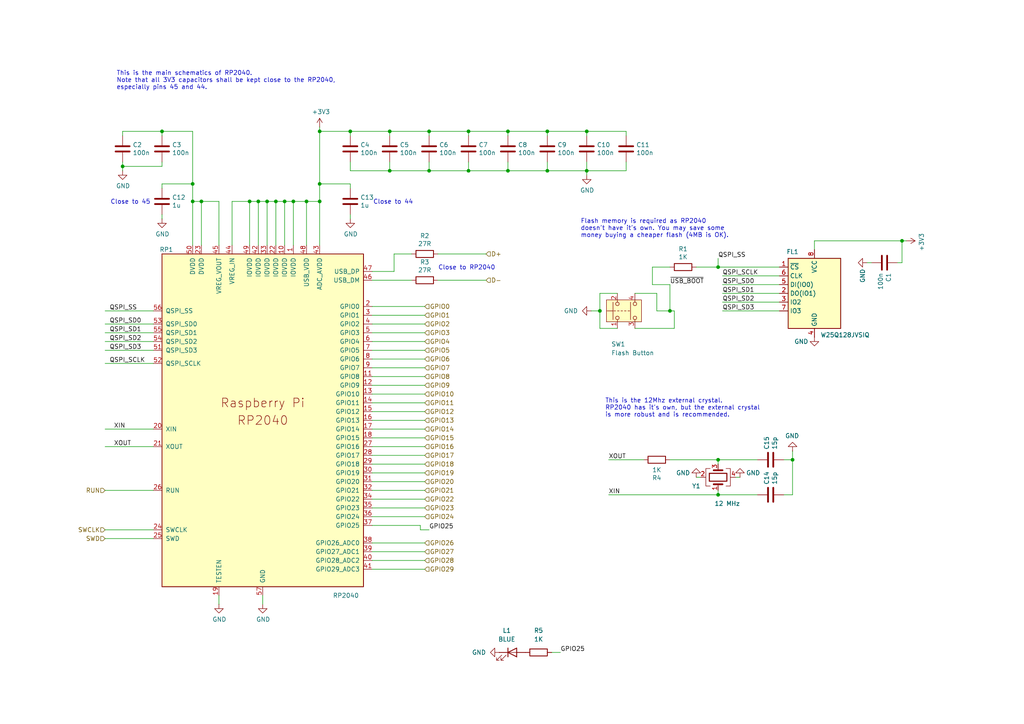
<source format=kicad_sch>
(kicad_sch (version 20231120) (generator "eeschema") (generator_version "8.0")
  (paper "A4")
  (title_block (title "MiniFRANK") (date "2025-01-14") (rev "2.0") (company "Mikhail Matveev") (comment 1 "https://github.com/xtremespb/frank"))
  (lib_symbols
    (symbol "+3V3_1" (power) (pin_numbers hide) (pin_names (offset 0) hide)
      (property "Value" "+3V3" (at 0 3.556 0))
      (symbol "+3V3_1_0_1"
        (polyline (pts (xy -0.762 1.27) (xy 0 2.54)))
        (polyline (pts (xy 0 0) (xy 0 2.54)))
        (polyline (pts (xy 0 2.54) (xy 0.762 1.27)))
      )
      (symbol "+3V3_1_1_1"
        (pin power_in line (at 0 0 90) (length 0) (name "~") (number "1"))
      )
    )
    (symbol "Device:C" (pin_numbers hide) (pin_names (offset 0.254))
      (property "Reference" "C" (at 0.635 2.54 0))
      (property "Value" "C" (at 0.635 -2.54 0))
      (symbol "C_0_1"
        (polyline (pts (xy -2.032 -0.762) (xy 2.032 -0.762)) (stroke (width 0.508)))
        (polyline (pts (xy -2.032 0.762) (xy 2.032 0.762)) (stroke (width 0.508)))
      )
      (symbol "C_1_1"
        (pin passive line (at 0 3.81 270) (length 2.794) (name "~") (number "1"))
        (pin passive line (at 0 -3.81 90) (length 2.794) (name "~") (number "2"))
      )
    )
    (symbol "Device:Crystal_GND24" (pin_names (offset 1.016) hide)
      (property "Reference" "Y" (at 3.175 5.08 0))
      (property "Value" "Crystal_GND24" (at 3.175 3.175 0))
      (symbol "Crystal_GND24_0_1"
        (rectangle (start -1.143 2.54) (end 1.143 -2.54) (stroke (width 0.3048)))
        (polyline (pts (xy -2.54 0) (xy -2.032 0)))
        (polyline (pts (xy -2.032 -1.27) (xy -2.032 1.27)) (stroke (width 0.508)))
        (polyline (pts (xy 0 -3.81) (xy 0 -3.556)))
        (polyline (pts (xy 0 3.556) (xy 0 3.81)))
        (polyline (pts (xy 2.032 -1.27) (xy 2.032 1.27)) (stroke (width 0.508)))
        (polyline (pts (xy 2.032 0) (xy 2.54 0)))
        (polyline (pts (xy -2.54 -2.286) (xy -2.54 -3.556) (xy 2.54 -3.556) (xy 2.54 -2.286)))
        (polyline (pts (xy -2.54 2.286) (xy -2.54 3.556) (xy 2.54 3.556) (xy 2.54 2.286)))
      )
      (symbol "Crystal_GND24_1_1"
        (pin passive line (at -3.81 0 0) (length 1.27) (name "1") (number "1"))
        (pin passive line (at 0 5.08 270) (length 1.27) (name "2") (number "2"))
        (pin passive line (at 3.81 0 180) (length 1.27) (name "3") (number "3"))
        (pin passive line (at 0 -5.08 90) (length 1.27) (name "4") (number "4"))
      )
    )
    (symbol "Device:LED" (pin_numbers hide) (pin_names (offset 1.016) hide)
      (property "Reference" "D" (at 0 2.54 0))
      (property "Value" "LED" (at 0 -2.54 0))
      (symbol "LED_0_1"
        (polyline (pts (xy -1.27 -1.27) (xy -1.27 1.27)) (stroke (width 0.254)))
        (polyline (pts (xy -1.27 0) (xy 1.27 0)))
        (polyline (pts (xy 1.27 -1.27) (xy 1.27 1.27) (xy -1.27 0) (xy 1.27 -1.27)) (stroke (width 0.254)))
        (polyline (pts (xy -3.048 -0.762) (xy -4.572 -2.286) (xy -3.81 -2.286) (xy -4.572 -2.286) (xy -4.572 -1.524)))
        (polyline (pts (xy -1.778 -0.762) (xy -3.302 -2.286) (xy -2.54 -2.286) (xy -3.302 -2.286) (xy -3.302 -1.524)))
      )
      (symbol "LED_1_1"
        (pin passive line (at -3.81 0 0) (length 2.54) (name "K") (number "1"))
        (pin passive line (at 3.81 0 180) (length 2.54) (name "A") (number "2"))
      )
    )
    (symbol "Device:R" (pin_numbers hide) (pin_names (offset 0))
      (property "Reference" "R" (at 2.032 0 90))
      (property "Value" "R" (at 0 0 90))
      (symbol "R_0_1"
        (rectangle (start -1.016 -2.54) (end 1.016 2.54) (stroke (width 0.254)))
      )
      (symbol "R_1_1"
        (pin passive line (at 0 3.81 270) (length 1.27) (name "~") (number "1"))
        (pin passive line (at 0 -3.81 90) (length 1.27) (name "~") (number "2"))
      )
    )
    (symbol "FRANK:Flash_W25Q128JVS"
      (property "Reference" "FL1" (at -6.35 12.065 0))
      (property "Value" "W25Q128JVSIQ" (at 8.89 -12.065 0))
      (symbol "Flash_W25Q128JVS_0_1"
        (rectangle (start -7.62 10.16) (end 7.62 -10.16) (stroke (width 0.254)) (fill (type background)))
      )
      (symbol "Flash_W25Q128JVS_1_1"
        (pin input line (at -10.16 7.62 0) (length 2.54) (name "~{CS}") (number "1"))
        (pin bidirectional line (at -10.16 0 0) (length 2.54) (name "DO(IO1)") (number "2"))
        (pin bidirectional line (at -10.16 -2.54 0) (length 2.54) (name "IO2") (number "3"))
        (pin power_in line (at 0 -12.7 90) (length 2.54) (name "GND") (number "4"))
        (pin bidirectional line (at -10.16 2.54 0) (length 2.54) (name "DI(IO0)") (number "5"))
        (pin input line (at -10.16 5.08 0) (length 2.54) (name "CLK") (number "6"))
        (pin bidirectional line (at -10.16 -5.08 0) (length 2.54) (name "IO3") (number "7"))
        (pin power_in line (at 0 12.7 270) (length 2.54) (name "VCC") (number "8"))
      )
    )
    (symbol "FRANK:RP2040" (pin_names (offset 1.016))
      (property "Reference" "RP1" (at -27.94 49.53 0))
      (property "Value" "RP2040" (at 24.13 -50.8 0))
      (symbol "RP2040_0_0"
        (text "Raspberry Pi" (at 0 5.08 0) (effects (font (size 2.54 2.54))))
        (text "RP2040" (at 0 0 0) (effects (font (size 2.54 2.54))))
      )
      (symbol "RP2040_0_1"
        (rectangle (start 29.21 48.26) (end -29.21 -48.26) (stroke (width 0.254)) (fill (type background)))
      )
      (symbol "RP2040_1_1"
        (pin power_in line (at 8.89 50.8 270) (length 2.54) (name "IOVDD") (number "1"))
        (pin power_in line (at 6.35 50.8 270) (length 2.54) (name "IOVDD") (number "10"))
        (pin bidirectional line (at 31.75 12.7 180) (length 2.54) (name "GPIO8") (number "11"))
        (pin bidirectional line (at 31.75 10.16 180) (length 2.54) (name "GPIO9") (number "12"))
        (pin bidirectional line (at 31.75 7.62 180) (length 2.54) (name "GPIO10") (number "13"))
        (pin bidirectional line (at 31.75 5.08 180) (length 2.54) (name "GPIO11") (number "14"))
        (pin bidirectional line (at 31.75 2.54 180) (length 2.54) (name "GPIO12") (number "15"))
        (pin bidirectional line (at 31.75 0 180) (length 2.54) (name "GPIO13") (number "16"))
        (pin bidirectional line (at 31.75 -2.54 180) (length 2.54) (name "GPIO14") (number "17"))
        (pin bidirectional line (at 31.75 -5.08 180) (length 2.54) (name "GPIO15") (number "18"))
        (pin passive line (at -12.7 -50.8 90) (length 2.54) (name "TESTEN") (number "19"))
        (pin bidirectional line (at 31.75 33.02 180) (length 2.54) (name "GPIO0") (number "2"))
        (pin input line (at -31.75 -2.54 0) (length 2.54) (name "XIN") (number "20"))
        (pin passive line (at -31.75 -7.62 0) (length 2.54) (name "XOUT") (number "21"))
        (pin power_in line (at 3.81 50.8 270) (length 2.54) (name "IOVDD") (number "22"))
        (pin power_in line (at -17.78 50.8 270) (length 2.54) (name "DVDD") (number "23"))
        (pin output line (at -31.75 -31.75 0) (length 2.54) (name "SWCLK") (number "24"))
        (pin bidirectional line (at -31.75 -34.29 0) (length 2.54) (name "SWD") (number "25"))
        (pin input line (at -31.75 -20.32 0) (length 2.54) (name "RUN") (number "26"))
        (pin bidirectional line (at 31.75 -7.62 180) (length 2.54) (name "GPIO16") (number "27"))
        (pin bidirectional line (at 31.75 -10.16 180) (length 2.54) (name "GPIO17") (number "28"))
        (pin bidirectional line (at 31.75 -12.7 180) (length 2.54) (name "GPIO18") (number "29"))
        (pin bidirectional line (at 31.75 30.48 180) (length 2.54) (name "GPIO1") (number "3"))
        (pin bidirectional line (at 31.75 -15.24 180) (length 2.54) (name "GPIO19") (number "30"))
        (pin bidirectional line (at 31.75 -17.78 180) (length 2.54) (name "GPIO20") (number "31"))
        (pin bidirectional line (at 31.75 -20.32 180) (length 2.54) (name "GPIO21") (number "32"))
        (pin power_in line (at 1.27 50.8 270) (length 2.54) (name "IOVDD") (number "33"))
        (pin bidirectional line (at 31.75 -22.86 180) (length 2.54) (name "GPIO22") (number "34"))
        (pin bidirectional line (at 31.75 -25.4 180) (length 2.54) (name "GPIO23") (number "35"))
        (pin bidirectional line (at 31.75 -27.94 180) (length 2.54) (name "GPIO24") (number "36"))
        (pin bidirectional line (at 31.75 -30.48 180) (length 2.54) (name "GPIO25") (number "37"))
        (pin bidirectional line (at 31.75 -35.56 180) (length 2.54) (name "GPIO26_ADC0") (number "38"))
        (pin bidirectional line (at 31.75 -38.1 180) (length 2.54) (name "GPIO27_ADC1") (number "39"))
        (pin bidirectional line (at 31.75 27.94 180) (length 2.54) (name "GPIO2") (number "4"))
        (pin bidirectional line (at 31.75 -40.64 180) (length 2.54) (name "GPIO28_ADC2") (number "40"))
        (pin bidirectional line (at 31.75 -43.18 180) (length 2.54) (name "GPIO29_ADC3") (number "41"))
        (pin power_in line (at -1.27 50.8 270) (length 2.54) (name "IOVDD") (number "42"))
        (pin power_in line (at 16.51 50.8 270) (length 2.54) (name "ADC_AVDD") (number "43"))
        (pin power_in line (at -8.89 50.8 270) (length 2.54) (name "VREG_IN") (number "44"))
        (pin power_out line (at -12.7 50.8 270) (length 2.54) (name "VREG_VOUT") (number "45"))
        (pin bidirectional line (at 31.75 40.64 180) (length 2.54) (name "USB_DM") (number "46"))
        (pin bidirectional line (at 31.75 43.18 180) (length 2.54) (name "USB_DP") (number "47"))
        (pin power_in line (at 12.7 50.8 270) (length 2.54) (name "USB_VDD") (number "48"))
        (pin power_in line (at -3.81 50.8 270) (length 2.54) (name "IOVDD") (number "49"))
        (pin bidirectional line (at 31.75 25.4 180) (length 2.54) (name "GPIO3") (number "5"))
        (pin power_in line (at -20.32 50.8 270) (length 2.54) (name "DVDD") (number "50"))
        (pin bidirectional line (at -31.75 20.32 0) (length 2.54) (name "QSPI_SD3") (number "51"))
        (pin output line (at -31.75 16.51 0) (length 2.54) (name "QSPI_SCLK") (number "52"))
        (pin bidirectional line (at -31.75 27.94 0) (length 2.54) (name "QSPI_SD0") (number "53"))
        (pin bidirectional line (at -31.75 22.86 0) (length 2.54) (name "QSPI_SD2") (number "54"))
        (pin bidirectional line (at -31.75 25.4 0) (length 2.54) (name "QSPI_SD1") (number "55"))
        (pin bidirectional line (at -31.75 31.75 0) (length 2.54) (name "QSPI_SS") (number "56"))
        (pin power_in line (at 0 -50.8 90) (length 2.54) (name "GND") (number "57"))
        (pin bidirectional line (at 31.75 22.86 180) (length 2.54) (name "GPIO4") (number "6"))
        (pin bidirectional line (at 31.75 20.32 180) (length 2.54) (name "GPIO5") (number "7"))
        (pin bidirectional line (at 31.75 17.78 180) (length 2.54) (name "GPIO6") (number "8"))
        (pin bidirectional line (at 31.75 15.24 180) (length 2.54) (name "GPIO7") (number "9"))
      )
    )
    (symbol "GND_1" (power) (pin_numbers hide) (pin_names (offset 0) hide)
      (property "Value" "GND" (at 0 -3.81 0))
      (symbol "GND_1_0_1"
        (polyline (pts (xy 0 0) (xy 0 -1.27) (xy 1.27 -1.27) (xy 0 -2.54) (xy -1.27 -1.27) (xy 0 -1.27)))
      )
      (symbol "GND_1_1_1"
        (pin power_in line (at 0 0 270) (length 0) (name "~") (number "1"))
      )
    )
    (symbol "GND_10" (power) (pin_numbers hide) (pin_names (offset 0) hide)
      (property "Value" "GND" (at 0 -3.81 0))
      (symbol "GND_10_0_1"
        (polyline (pts (xy 0 0) (xy 0 -1.27) (xy 1.27 -1.27) (xy 0 -2.54) (xy -1.27 -1.27) (xy 0 -1.27)))
      )
      (symbol "GND_10_1_1"
        (pin power_in line (at 0 0 270) (length 0) (name "~") (number "1"))
      )
    )
    (symbol "GND_11" (power) (pin_numbers hide) (pin_names (offset 0) hide)
      (property "Value" "GND" (at 0 -3.81 0))
      (symbol "GND_11_0_1"
        (polyline (pts (xy 0 0) (xy 0 -1.27) (xy 1.27 -1.27) (xy 0 -2.54) (xy -1.27 -1.27) (xy 0 -1.27)))
      )
      (symbol "GND_11_1_1"
        (pin power_in line (at 0 0 270) (length 0) (name "~") (number "1"))
      )
    )
    (symbol "GND_12" (power) (pin_numbers hide) (pin_names (offset 0) hide)
      (property "Value" "GND" (at 0 -3.81 0))
      (symbol "GND_12_0_1"
        (polyline (pts (xy 0 0) (xy 0 -1.27) (xy 1.27 -1.27) (xy 0 -2.54) (xy -1.27 -1.27) (xy 0 -1.27)))
      )
      (symbol "GND_12_1_1"
        (pin power_in line (at 0 0 270) (length 0) (name "~") (number "1"))
      )
    )
    (symbol "GND_2" (power) (pin_numbers hide) (pin_names (offset 0) hide)
      (property "Value" "GND" (at 0 -3.81 0))
      (symbol "GND_2_0_1"
        (polyline (pts (xy 0 0) (xy 0 -1.27) (xy 1.27 -1.27) (xy 0 -2.54) (xy -1.27 -1.27) (xy 0 -1.27)))
      )
      (symbol "GND_2_1_1"
        (pin power_in line (at 0 0 270) (length 0) (name "~") (number "1"))
      )
    )
    (symbol "GND_3" (power) (pin_numbers hide) (pin_names (offset 0) hide)
      (property "Value" "GND" (at 0 -3.81 0))
      (symbol "GND_3_0_1"
        (polyline (pts (xy 0 0) (xy 0 -1.27) (xy 1.27 -1.27) (xy 0 -2.54) (xy -1.27 -1.27) (xy 0 -1.27)))
      )
      (symbol "GND_3_1_1"
        (pin power_in line (at 0 0 270) (length 0) (name "~") (number "1"))
      )
    )
    (symbol "GND_4" (power) (pin_numbers hide) (pin_names (offset 0) hide)
      (property "Value" "GND" (at 0 -3.81 0))
      (symbol "GND_4_0_1"
        (polyline (pts (xy 0 0) (xy 0 -1.27) (xy 1.27 -1.27) (xy 0 -2.54) (xy -1.27 -1.27) (xy 0 -1.27)))
      )
      (symbol "GND_4_1_1"
        (pin power_in line (at 0 0 270) (length 0) (name "~") (number "1"))
      )
    )
    (symbol "GND_5" (power) (pin_numbers hide) (pin_names (offset 0) hide)
      (property "Value" "GND" (at 0 -3.81 0))
      (symbol "GND_5_0_1"
        (polyline (pts (xy 0 0) (xy 0 -1.27) (xy 1.27 -1.27) (xy 0 -2.54) (xy -1.27 -1.27) (xy 0 -1.27)))
      )
      (symbol "GND_5_1_1"
        (pin power_in line (at 0 0 270) (length 0) (name "~") (number "1"))
      )
    )
    (symbol "GND_6" (power) (pin_numbers hide) (pin_names (offset 0) hide)
      (property "Value" "GND" (at 0 -3.81 0))
      (symbol "GND_6_0_1"
        (polyline (pts (xy 0 0) (xy 0 -1.27) (xy 1.27 -1.27) (xy 0 -2.54) (xy -1.27 -1.27) (xy 0 -1.27)))
      )
      (symbol "GND_6_1_1"
        (pin power_in line (at 0 0 270) (length 0) (name "~") (number "1"))
      )
    )
    (symbol "GND_7" (power) (pin_numbers hide) (pin_names (offset 0) hide)
      (property "Value" "GND" (at 0 -3.81 0))
      (symbol "GND_7_0_1"
        (polyline (pts (xy 0 0) (xy 0 -1.27) (xy 1.27 -1.27) (xy 0 -2.54) (xy -1.27 -1.27) (xy 0 -1.27)))
      )
      (symbol "GND_7_1_1"
        (pin power_in line (at 0 0 270) (length 0) (name "~") (number "1"))
      )
    )
    (symbol "GND_8" (power) (pin_numbers hide) (pin_names (offset 0) hide)
      (property "Value" "GND" (at 0 -3.81 0))
      (symbol "GND_8_0_1"
        (polyline (pts (xy 0 0) (xy 0 -1.27) (xy 1.27 -1.27) (xy 0 -2.54) (xy -1.27 -1.27) (xy 0 -1.27)))
      )
      (symbol "GND_8_1_1"
        (pin power_in line (at 0 0 270) (length 0) (name "~") (number "1"))
      )
    )
    (symbol "GND_9" (power) (pin_numbers hide) (pin_names (offset 0) hide)
      (property "Value" "GND" (at 0 -3.81 0))
      (symbol "GND_9_0_1"
        (polyline (pts (xy 0 0) (xy 0 -1.27) (xy 1.27 -1.27) (xy 0 -2.54) (xy -1.27 -1.27) (xy 0 -1.27)))
      )
      (symbol "GND_9_1_1"
        (pin power_in line (at 0 0 270) (length 0) (name "~") (number "1"))
      )
    )
    (symbol "Switch:SW_Push_Dual" (pin_names (offset 1.016) hide)
      (property "Reference" "SW" (at 0 7.62 0))
      (property "Value" "SW_Push_Dual" (at 0 -6.35 0))
      (symbol "SW_Push_Dual_0_1"
        (circle (center -2.032 -2.54) (radius 0.508))
        (circle (center -2.032 2.54) (radius 0.508))
        (polyline (pts (xy 0 -0.508) (xy 0 -1.016)))
        (polyline (pts (xy 0 0.508) (xy 0 0)))
        (polyline (pts (xy 0 1.016) (xy 0 1.524)))
        (polyline (pts (xy 0 2.032) (xy 0 2.54)))
        (polyline (pts (xy 0 3.048) (xy 0 3.556)))
        (polyline (pts (xy 0 3.81) (xy 0 5.588)))
        (polyline (pts (xy 2.54 -1.27) (xy -2.54 -1.27)))
        (polyline (pts (xy 2.54 3.81) (xy -2.54 3.81)))
        (circle (center 2.032 -2.54) (radius 0.508))
        (circle (center 2.032 2.54) (radius 0.508))
        (pin passive line (at -5.08 2.54 0) (length 2.54) (name "1") (number "1"))
        (pin passive line (at 5.08 2.54 180) (length 2.54) (name "2") (number "2"))
        (pin passive line (at -5.08 -2.54 0) (length 2.54) (name "3") (number "3"))
        (pin passive line (at 5.08 -2.54 180) (length 2.54) (name "4") (number "4"))
      )
      (symbol "SW_Push_Dual_1_1"
        (rectangle (start -3.175 5.715) (end 3.175 -4.445) (fill (type background)))
      )
    )
    (symbol "power:+3V3" (power) (pin_numbers hide) (pin_names (offset 0) hide)
      (property "Value" "+3V3" (at 0 3.556 0))
      (symbol "+3V3_0_1"
        (polyline (pts (xy -0.762 1.27) (xy 0 2.54)))
        (polyline (pts (xy 0 0) (xy 0 2.54)))
        (polyline (pts (xy 0 2.54) (xy 0.762 1.27)))
      )
      (symbol "+3V3_1_1"
        (pin power_in line (at 0 0 90) (length 0) (name "~") (number "1"))
      )
    )
    (symbol "power:GND" (power) (pin_numbers hide) (pin_names (offset 0) hide)
      (property "Value" "GND" (at 0 -3.81 0))
      (symbol "GND_0_1"
        (polyline (pts (xy 0 0) (xy 0 -1.27) (xy 1.27 -1.27) (xy 0 -2.54) (xy -1.27 -1.27) (xy 0 -1.27)))
      )
      (symbol "GND_1_1"
        (pin power_in line (at 0 0 270) (length 0) (name "~") (number "1"))
      )
    )
  )
  (junction (at 58.42 58.42))
  (junction (at 229.87 133.35))
  (junction (at 113.03 49.53))
  (junction (at 88.9 58.42))
  (junction (at 101.6 38.1))
  (junction (at 158.75 49.53))
  (junction (at 72.39 58.42))
  (junction (at 170.18 38.1))
  (junction (at 82.55 58.42))
  (junction (at 92.71 53.34))
  (junction (at 170.18 49.53))
  (junction (at 35.56 48.26))
  (junction (at 147.32 49.53))
  (junction (at 80.01 58.42))
  (junction (at 135.89 38.1))
  (junction (at 55.88 53.34))
  (junction (at 113.03 38.1))
  (junction (at 46.99 38.1))
  (junction (at 208.28 77.47))
  (junction (at 135.89 49.53))
  (junction (at 92.71 38.1))
  (junction (at 85.09 58.42))
  (junction (at 74.93 58.42))
  (junction (at 208.28 133.35))
  (junction (at 158.75 38.1))
  (junction (at 124.46 38.1))
  (junction (at 92.71 58.42))
  (junction (at 55.88 58.42))
  (junction (at 77.47 58.42))
  (junction (at 261.62 69.85))
  (junction (at 194.31 90.17))
  (junction (at 208.28 143.51))
  (junction (at 124.46 49.53))
  (junction (at 147.32 38.1))
  (junction (at 173.99 90.17))
  (wire (pts (xy 58.42 58.42) (xy 55.88 58.42)))
  (wire (pts (xy 226.06 82.55) (xy 209.55 82.55)))
  (wire (pts (xy 127 73.66) (xy 140.97 73.66)))
  (wire (pts (xy 107.95 104.14) (xy 123.19 104.14)))
  (wire (pts (xy 173.99 85.09) (xy 173.99 90.17)))
  (wire (pts (xy 121.92 152.4) (xy 107.95 152.4)))
  (wire (pts (xy 46.99 48.26) (xy 46.99 46.99)))
  (wire (pts (xy 170.18 46.99) (xy 170.18 49.53)))
  (wire (pts (xy 189.23 82.55) (xy 189.23 77.47)))
  (wire (pts (xy 114.3 73.66) (xy 114.3 78.74)))
  (wire (pts (xy 82.55 58.42) (xy 85.09 58.42)))
  (wire (pts (xy 158.75 39.37) (xy 158.75 38.1)))
  (wire (pts (xy 92.71 38.1) (xy 101.6 38.1)))
  (wire (pts (xy 101.6 46.99) (xy 101.6 49.53)))
  (wire (pts (xy 101.6 39.37) (xy 101.6 38.1)))
  (wire (pts (xy 67.31 58.42) (xy 72.39 58.42)))
  (wire (pts (xy 229.87 143.51) (xy 229.87 133.35)))
  (wire (pts (xy 252.73 76.2) (xy 251.46 76.2)))
  (wire (pts (xy 181.61 39.37) (xy 181.61 38.1)))
  (wire (pts (xy 107.95 142.24) (xy 123.19 142.24)))
  (wire (pts (xy 107.95 160.02) (xy 123.19 160.02)))
  (wire (pts (xy 113.03 39.37) (xy 113.03 38.1)))
  (wire (pts (xy 260.35 76.2) (xy 261.62 76.2)))
  (wire (pts (xy 101.6 62.23) (xy 101.6 63.5)))
  (wire (pts (xy 80.01 58.42) (xy 82.55 58.42)))
  (wire (pts (xy 219.71 143.51) (xy 208.28 143.51)))
  (wire (pts (xy 92.71 58.42) (xy 92.71 71.12)))
  (wire (pts (xy 63.5 71.12) (xy 63.5 58.42)))
  (wire (pts (xy 30.48 99.06) (xy 44.45 99.06)))
  (wire (pts (xy 107.95 165.1) (xy 123.19 165.1)))
  (wire (pts (xy 194.31 90.17) (xy 194.31 82.55)))
  (wire (pts (xy 113.03 46.99) (xy 113.03 49.53)))
  (wire (pts (xy 236.22 69.85) (xy 261.62 69.85)))
  (wire (pts (xy 46.99 39.37) (xy 46.99 38.1)))
  (wire (pts (xy 208.28 77.47) (xy 226.06 77.47)))
  (wire (pts (xy 107.95 127) (xy 123.19 127)))
  (wire (pts (xy 189.23 77.47) (xy 194.31 77.47)))
  (wire (pts (xy 30.48 124.46) (xy 44.45 124.46)))
  (wire (pts (xy 107.95 96.52) (xy 123.19 96.52)))
  (wire (pts (xy 181.61 46.99) (xy 181.61 49.53)))
  (wire (pts (xy 194.31 90.17) (xy 195.58 90.17)))
  (wire (pts (xy 227.33 143.51) (xy 229.87 143.51)))
  (wire (pts (xy 46.99 62.23) (xy 46.99 63.5)))
  (wire (pts (xy 107.95 101.6) (xy 123.19 101.6)))
  (wire (pts (xy 46.99 54.61) (xy 46.99 53.34)))
  (wire (pts (xy 92.71 53.34) (xy 92.71 58.42)))
  (wire (pts (xy 92.71 38.1) (xy 92.71 53.34)))
  (wire (pts (xy 127 81.28) (xy 140.97 81.28)))
  (wire (pts (xy 101.6 54.61) (xy 101.6 53.34)))
  (wire (pts (xy 88.9 71.12) (xy 88.9 58.42)))
  (wire (pts (xy 158.75 46.99) (xy 158.75 49.53)))
  (wire (pts (xy 55.88 53.34) (xy 55.88 58.42)))
  (wire (pts (xy 44.45 129.54) (xy 30.48 129.54)))
  (wire (pts (xy 184.15 85.09) (xy 190.5 85.09)))
  (wire (pts (xy 44.45 153.67) (xy 30.48 153.67)))
  (wire (pts (xy 107.95 124.46) (xy 123.19 124.46)))
  (wire (pts (xy 219.71 133.35) (xy 208.28 133.35)))
  (wire (pts (xy 107.95 139.7) (xy 123.19 139.7)))
  (wire (pts (xy 147.32 49.53) (xy 135.89 49.53)))
  (wire (pts (xy 72.39 58.42) (xy 74.93 58.42)))
  (wire (pts (xy 226.06 90.17) (xy 209.55 90.17)))
  (wire (pts (xy 101.6 38.1) (xy 113.03 38.1)))
  (wire (pts (xy 214.63 138.43) (xy 213.36 138.43)))
  (wire (pts (xy 209.55 80.01) (xy 226.06 80.01)))
  (wire (pts (xy 107.95 162.56) (xy 123.19 162.56)))
  (wire (pts (xy 173.99 85.09) (xy 179.07 85.09)))
  (wire (pts (xy 67.31 71.12) (xy 67.31 58.42)))
  (wire (pts (xy 88.9 58.42) (xy 92.71 58.42)))
  (wire (pts (xy 46.99 53.34) (xy 55.88 53.34)))
  (wire (pts (xy 201.93 77.47) (xy 208.28 77.47)))
  (wire (pts (xy 35.56 46.99) (xy 35.56 48.26)))
  (wire (pts (xy 135.89 38.1) (xy 147.32 38.1)))
  (wire (pts (xy 107.95 99.06) (xy 123.19 99.06)))
  (wire (pts (xy 107.95 114.3) (xy 123.19 114.3)))
  (wire (pts (xy 147.32 38.1) (xy 158.75 38.1)))
  (wire (pts (xy 208.28 134.62) (xy 208.28 133.35)))
  (wire (pts (xy 55.88 38.1) (xy 55.88 53.34)))
  (wire (pts (xy 226.06 85.09) (xy 209.55 85.09)))
  (wire (pts (xy 236.22 72.39) (xy 236.22 69.85)))
  (wire (pts (xy 170.18 38.1) (xy 181.61 38.1)))
  (wire (pts (xy 227.33 133.35) (xy 229.87 133.35)))
  (wire (pts (xy 184.15 95.25) (xy 195.58 95.25)))
  (wire (pts (xy 208.28 142.24) (xy 208.28 143.51)))
  (wire (pts (xy 114.3 73.66) (xy 119.38 73.66)))
  (wire (pts (xy 30.48 101.6) (xy 44.45 101.6)))
  (wire (pts (xy 107.95 147.32) (xy 123.19 147.32)))
  (wire (pts (xy 195.58 90.17) (xy 195.58 95.25)))
  (wire (pts (xy 107.95 129.54) (xy 123.19 129.54)))
  (wire (pts (xy 80.01 71.12) (xy 80.01 58.42)))
  (wire (pts (xy 147.32 46.99) (xy 147.32 49.53)))
  (wire (pts (xy 72.39 71.12) (xy 72.39 58.42)))
  (wire (pts (xy 30.48 93.98) (xy 44.45 93.98)))
  (wire (pts (xy 190.5 90.17) (xy 190.5 85.09)))
  (wire (pts (xy 107.95 106.68) (xy 123.19 106.68)))
  (wire (pts (xy 208.28 143.51) (xy 176.53 143.51)))
  (wire (pts (xy 173.99 95.25) (xy 179.07 95.25)))
  (wire (pts (xy 158.75 38.1) (xy 170.18 38.1)))
  (wire (pts (xy 113.03 38.1) (xy 124.46 38.1)))
  (wire (pts (xy 63.5 172.72) (xy 63.5 175.26)))
  (wire (pts (xy 107.95 132.08) (xy 123.19 132.08)))
  (wire (pts (xy 160.02 189.23) (xy 162.56 189.23)))
  (wire (pts (xy 186.69 133.35) (xy 176.53 133.35)))
  (wire (pts (xy 107.95 116.84) (xy 123.19 116.84)))
  (wire (pts (xy 107.95 78.74) (xy 114.3 78.74)))
  (wire (pts (xy 124.46 46.99) (xy 124.46 49.53)))
  (wire (pts (xy 262.89 69.85) (xy 261.62 69.85)))
  (wire (pts (xy 147.32 39.37) (xy 147.32 38.1)))
  (wire (pts (xy 208.28 133.35) (xy 194.31 133.35)))
  (wire (pts (xy 107.95 81.28) (xy 119.38 81.28)))
  (wire (pts (xy 35.56 48.26) (xy 46.99 48.26)))
  (wire (pts (xy 124.46 39.37) (xy 124.46 38.1)))
  (wire (pts (xy 107.95 91.44) (xy 123.19 91.44)))
  (wire (pts (xy 158.75 49.53) (xy 147.32 49.53)))
  (wire (pts (xy 92.71 53.34) (xy 101.6 53.34)))
  (wire (pts (xy 229.87 133.35) (xy 229.87 130.81)))
  (wire (pts (xy 170.18 49.53) (xy 181.61 49.53)))
  (wire (pts (xy 55.88 58.42) (xy 55.88 71.12)))
  (wire (pts (xy 194.31 82.55) (xy 189.23 82.55)))
  (wire (pts (xy 44.45 142.24) (xy 30.48 142.24)))
  (wire (pts (xy 44.45 156.21) (xy 30.48 156.21)))
  (wire (pts (xy 170.18 39.37) (xy 170.18 38.1)))
  (wire (pts (xy 85.09 58.42) (xy 88.9 58.42)))
  (wire (pts (xy 121.92 153.67) (xy 124.46 153.67)))
  (wire (pts (xy 107.95 119.38) (xy 123.19 119.38)))
  (wire (pts (xy 135.89 46.99) (xy 135.89 49.53)))
  (wire (pts (xy 113.03 49.53) (xy 101.6 49.53)))
  (wire (pts (xy 63.5 58.42) (xy 58.42 58.42)))
  (wire (pts (xy 135.89 39.37) (xy 135.89 38.1)))
  (wire (pts (xy 226.06 87.63) (xy 209.55 87.63)))
  (wire (pts (xy 124.46 38.1) (xy 135.89 38.1)))
  (wire (pts (xy 107.95 93.98) (xy 123.19 93.98)))
  (wire (pts (xy 190.5 90.17) (xy 194.31 90.17)))
  (wire (pts (xy 135.89 49.53) (xy 124.46 49.53)))
  (wire (pts (xy 92.71 36.83) (xy 92.71 38.1)))
  (wire (pts (xy 121.92 153.67) (xy 121.92 152.4)))
  (wire (pts (xy 203.2 138.43) (xy 201.93 138.43)))
  (wire (pts (xy 107.95 121.92) (xy 123.19 121.92)))
  (wire (pts (xy 208.28 74.93) (xy 208.28 77.47)))
  (wire (pts (xy 124.46 49.53) (xy 113.03 49.53)))
  (wire (pts (xy 77.47 58.42) (xy 80.01 58.42)))
  (wire (pts (xy 46.99 38.1) (xy 55.88 38.1)))
  (wire (pts (xy 107.95 111.76) (xy 123.19 111.76)))
  (wire (pts (xy 30.48 96.52) (xy 44.45 96.52)))
  (wire (pts (xy 85.09 58.42) (xy 85.09 71.12)))
  (wire (pts (xy 173.99 90.17) (xy 173.99 95.25)))
  (wire (pts (xy 107.95 137.16) (xy 123.19 137.16)))
  (wire (pts (xy 35.56 38.1) (xy 46.99 38.1)))
  (wire (pts (xy 35.56 39.37) (xy 35.56 38.1)))
  (wire (pts (xy 35.56 48.26) (xy 35.56 49.53)))
  (wire (pts (xy 158.75 49.53) (xy 170.18 49.53)))
  (wire (pts (xy 74.93 71.12) (xy 74.93 58.42)))
  (wire (pts (xy 171.45 90.17) (xy 173.99 90.17)))
  (wire (pts (xy 76.2 172.72) (xy 76.2 175.26)))
  (wire (pts (xy 44.45 105.41) (xy 30.48 105.41)))
  (wire (pts (xy 74.93 58.42) (xy 77.47 58.42)))
  (wire (pts (xy 170.18 49.53) (xy 170.18 50.8)))
  (wire (pts (xy 44.45 90.17) (xy 30.48 90.17)))
  (wire (pts (xy 107.95 134.62) (xy 123.19 134.62)))
  (wire (pts (xy 107.95 109.22) (xy 123.19 109.22)))
  (wire (pts (xy 77.47 71.12) (xy 77.47 58.42)))
  (wire (pts (xy 58.42 71.12) (xy 58.42 58.42)))
  (wire (pts (xy 107.95 157.48) (xy 123.19 157.48)))
  (wire (pts (xy 107.95 149.86) (xy 123.19 149.86)))
  (wire (pts (xy 261.62 76.2) (xy 261.62 69.85)))
  (wire (pts (xy 107.95 88.9) (xy 123.19 88.9)))
  (wire (pts (xy 82.55 71.12) (xy 82.55 58.42)))
  (wire (pts (xy 107.95 144.78) (xy 123.19 144.78)))
  (text "Close to 44" (at 114.046 58.674 0) (effects (font (size 1.27 1.27))))
  (text "Close to RP2040" (at 135.382 77.724 0) (effects (font (size 1.27 1.27))))
  (text "This is the main schematics of RP2040. \nNote that all 3V3 capacitors shall be kept close to the RP2040,\nespecially pins 45 and 44." (at 33.782 23.368 0) (effects (font (size 1.27 1.27)) (justify left)))
  (text "Close to 45" (at 37.846 58.674 0) (effects (font (size 1.27 1.27))))
  (text "This is the 12Mhz external crystal.\nRP2040 has it's own, but the external crystal\nis more robust and is recommended." (at 175.514 118.364 0) (effects (font (size 1.27 1.27)) (justify left)))
  (text "Flash memory is required as RP2040\ndoesn't have it's own. You may save some\nmoney buying a cheaper flash (4MB is OK)." (at 168.402 66.294 0) (effects (font (size 1.27 1.27)) (justify left)))
  (label "QSPI_SD2" (at 209.55 87.63 0))
  (label "QSPI_SCLK" (at 31.75 105.41 0))
  (label "QSPI_SD0" (at 31.75 93.98 0))
  (label "QSPI_SS" (at 208.28 74.93 0))
  (label "XIN" (at 33.02 124.46 0))
  (label "QSPI_SCLK" (at 209.55 80.01 0))
  (label "QSPI_SD1" (at 31.75 96.52 0))
  (label "QSPI_SD3" (at 31.75 101.6 0))
  (label "GPIO25" (at 162.56 189.23 0))
  (label "XIN" (at 176.53 143.51 0))
  (label "GPIO25" (at 124.46 153.67 0))
  (label "~{USB_BOOT}" (at 194.31 82.55 0))
  (label "QSPI_SD0" (at 209.55 82.55 0))
  (label "XOUT" (at 176.53 133.35 0))
  (label "XOUT" (at 33.02 129.54 0))
  (label "QSPI_SD1" (at 209.55 85.09 0))
  (label "QSPI_SD3" (at 209.55 90.17 0))
  (label "QSPI_SD2" (at 31.75 99.06 0))
  (label "QSPI_SS" (at 31.75 90.17 0))
  (hierarchical_label "GPIO18" (shape input) (at 123.19 134.62 0))
  (hierarchical_label "GPIO29" (shape input) (at 123.19 165.1 0))
  (hierarchical_label "GPIO3" (shape input) (at 123.19 96.52 0))
  (hierarchical_label "GPIO15" (shape input) (at 123.19 127 0))
  (hierarchical_label "GPIO21" (shape input) (at 123.19 142.24 0))
  (hierarchical_label "GPIO16" (shape input) (at 123.19 129.54 0))
  (hierarchical_label "GPIO1" (shape input) (at 123.19 91.44 0))
  (hierarchical_label "D-" (shape input) (at 140.97 81.28 0))
  (hierarchical_label "GPIO11" (shape input) (at 123.19 116.84 0))
  (hierarchical_label "GPIO27" (shape input) (at 123.19 160.02 0))
  (hierarchical_label "D+" (shape input) (at 140.97 73.66 0))
  (hierarchical_label "GPIO20" (shape input) (at 123.19 139.7 0))
  (hierarchical_label "GPIO14" (shape input) (at 123.19 124.46 0))
  (hierarchical_label "GPIO8" (shape input) (at 123.19 109.22 0))
  (hierarchical_label "GPIO26" (shape input) (at 123.19 157.48 0))
  (hierarchical_label "GPIO22" (shape input) (at 123.19 144.78 0))
  (hierarchical_label "GPIO4" (shape input) (at 123.19 99.06 0))
  (hierarchical_label "GPIO7" (shape input) (at 123.19 106.68 0))
  (hierarchical_label "GPIO10" (shape input) (at 123.19 114.3 0))
  (hierarchical_label "SWD" (shape input) (at 30.48 156.21 180))
  (hierarchical_label "GPIO28" (shape input) (at 123.19 162.56 0))
  (hierarchical_label "RUN" (shape input) (at 30.48 142.24 180))
  (hierarchical_label "GPIO23" (shape input) (at 123.19 147.32 0))
  (hierarchical_label "GPIO0" (shape input) (at 123.19 88.9 0))
  (hierarchical_label "GPIO5" (shape input) (at 123.19 101.6 0))
  (hierarchical_label "SWCLK" (shape input) (at 30.48 153.67 180))
  (hierarchical_label "GPIO13" (shape input) (at 123.19 121.92 0))
  (hierarchical_label "GPIO6" (shape input) (at 123.19 104.14 0))
  (hierarchical_label "GPIO2" (shape input) (at 123.19 93.98 0))
  (hierarchical_label "GPIO17" (shape input) (at 123.19 132.08 0))
  (hierarchical_label "GPIO12" (shape input) (at 123.19 119.38 0))
  (hierarchical_label "GPIO9" (shape input) (at 123.19 111.76 0))
  (hierarchical_label "GPIO24" (shape input) (at 123.19 149.86 0))
  (hierarchical_label "GPIO19" (shape input) (at 123.19 137.16 0))
  (symbol (lib_id "Device:C") (at 46.99 43.18 0) (unit 1)
    (property "Reference" "C3" (at 49.911 42.0116 0) (effects (justify left)))
    (property "Value" "100n" (at 49.911 44.323 0) (effects (justify left)))
    (property "Footprint" "FRANK:Capacitor (0805)" (effects (hide yes)))
    (property "Datasheet" "https://eu.mouser.com/datasheet/2/447/KEM_C1075_X7R_HT_SMD-3316221.pdf" (effects (hide yes)))
    (property "AliExpress" "https://www.aliexpress.com/item/33008008276.html" (effects (hide yes)))
  )
  (symbol (lib_id "FRANK:RP2040") (at 76.2 121.92 0) (unit 1)
    (property "Reference" "RP1" (at 48.26 72.39 0))
    (property "Value" "RP2040" (at 100.33 172.72 0))
    (property "Footprint" "FRANK:QFN 56" (effects (hide yes)))
    (property "Datasheet" "https://datasheets.raspberrypi.com/rp2040/rp2040-datasheet.pdf" (effects (hide yes)))
    (property "AliExpress" "https://www.aliexpress.com/item/1005007275652762.html" (effects (hide yes)))
  )
  (symbol (lib_id "Device:R") (at 156.21 189.23 90) (unit 1)
    (property "Reference" "R5" (at 156.21 182.88 90))
    (property "Value" "1K" (at 156.21 185.42 90))
    (property "Footprint" "FRANK:Resistor (0805)" (effects (hide yes)))
    (property "Datasheet" "https://www.vishay.com/docs/28952/mcs0402at-mct0603at-mcu0805at-mca1206at.pdf" (effects (hide yes)))
    (property "Description" "Resistor" (effects (hide yes)))
    (property "AliExpress" "https://www.aliexpress.com/item/1005005945735199.html" (effects (hide yes)))
  )
  (symbol (lib_id "Device:Crystal_GND24") (at 208.28 138.43 90) (unit 1)
    (property "Reference" "Y1" (at 203.2 140.97 90) (effects (justify left)))
    (property "Value" "12 MHz" (at 214.63 146.05 90) (effects (justify left)))
    (property "Footprint" "FRANK:Crystal (3225)" (effects (hide yes)))
    (property "Datasheet" "https://eu.mouser.com/datasheet/2/905/c_NX3225SA_e-1317523.pdf" (effects (hide yes)))
    (property "Description" "ABM8-272-T3" (effects (hide yes)))
    (property "AliExpress" "https://www.aliexpress.com/item/1005004661413307.html" (effects (hide yes)))
  )
  (symbol (lib_name "+3V3_1") (lib_id "power:+3V3") (at 92.71 36.83 0) (unit 1)
    (property "Reference" "#PWR02" (effects (hide yes)))
    (property "Value" "+3V3" (at 93.091 32.4358 0))
    (property "Description" "Power symbol creates a global label with name \"+3V3\"" (effects (hide yes)))
  )
  (symbol (lib_id "FRANK:Flash_W25Q128JVS") (at 236.22 85.09 0) (unit 1)
    (property "Reference" "FL1" (at 229.87 73.025 0))
    (property "Value" "W25Q128JVSIQ" (at 245.11 97.155 0))
    (property "Footprint" "FRANK:SOIC-8" (effects (hide yes)))
    (property "Datasheet" "https://www.winbond.com/resource-files/w25q128jv_dtr%20revc%2003272018%20plus.pdf" (effects (hide yes)))
    (property "Description" "128Mb Serial Flash Memory, Standard/Dual/Quad SPI, SOIC-8" (effects (hide yes)))
    (property "AliExpress" "https://www.aliexpress.com/item/1005007820627233.html" (effects (hide yes)))
  )
  (symbol (lib_id "Device:C") (at 135.89 43.18 0) (unit 1)
    (property "Reference" "C7" (at 138.811 42.0116 0) (effects (justify left)))
    (property "Value" "100n" (at 138.811 44.323 0) (effects (justify left)))
    (property "Footprint" "FRANK:Capacitor (0805)" (effects (hide yes)))
    (property "Datasheet" "https://eu.mouser.com/datasheet/2/447/KEM_C1075_X7R_HT_SMD-3316221.pdf" (effects (hide yes)))
    (property "AliExpress" "https://www.aliexpress.com/item/33008008276.html" (effects (hide yes)))
  )
  (symbol (lib_name "GND_2") (lib_id "power:GND") (at 144.78 189.23 270) (unit 1)
    (property "Reference" "#PWR013" (effects (hide yes)))
    (property "Value" "GND" (at 140.97 189.2299 90) (effects (justify right)))
    (property "Description" "Power symbol creates a global label with name \"GND\" , ground" (effects (hide yes)))
  )
  (symbol (lib_id "Device:R") (at 123.19 81.28 270) (unit 1)
    (property "Reference" "R3" (at 123.19 76.0222 90))
    (property "Value" "27R" (at 123.19 78.3336 90))
    (property "Footprint" "FRANK:Resistor (0805)" (effects (hide yes)))
    (property "Datasheet" "https://www.vishay.com/docs/28952/mcs0402at-mct0603at-mcu0805at-mca1206at.pdf" (effects (hide yes)))
    (property "AliExpress" "https://www.aliexpress.com/item/1005005945735199.html" (effects (hide yes)))
  )
  (symbol (lib_id "Device:R") (at 123.19 73.66 270) (unit 1)
    (property "Reference" "R2" (at 123.19 68.4022 90))
    (property "Value" "27R" (at 123.19 70.7136 90))
    (property "Footprint" "FRANK:Resistor (0805)" (effects (hide yes)))
    (property "Datasheet" "https://www.vishay.com/docs/28952/mcs0402at-mct0603at-mcu0805at-mca1206at.pdf" (effects (hide yes)))
    (property "AliExpress" "https://www.aliexpress.com/item/1005005945735199.html" (effects (hide yes)))
  )
  (symbol (lib_name "GND_4") (lib_id "power:GND") (at 46.99 63.5 0) (unit 1)
    (property "Reference" "#PWR06" (effects (hide yes)))
    (property "Value" "GND" (at 47.117 67.8942 0))
    (property "Description" "Power symbol creates a global label with name \"GND\" , ground" (effects (hide yes)))
  )
  (symbol (lib_id "power:+3V3") (at 262.89 69.85 270) (unit 1)
    (property "Reference" "#PWR01" (effects (hide yes)))
    (property "Value" "+3V3" (at 267.2842 70.231 0))
    (property "Description" "Power symbol creates a global label with name \"+3V3\"" (effects (hide yes)))
  )
  (symbol (lib_id "Switch:SW_Push_Dual") (at 181.61 90.17 90) (unit 1)
    (property "Reference" "SW1" (at 177.292 99.822 90) (effects (justify right)))
    (property "Value" "Flash Button" (at 177.292 102.362 90) (effects (justify right)))
    (property "Footprint" "FRANK:Button (SMD, 3x3mm)" (effects (hide yes)))
    (property "Datasheet" "https://img.klsele.com/admin/product_upload/20150508135408KLS7-TS3302.pdf" (effects (hide yes)))
    (property "Description" "Push button switch, generic, symbol, four pins" (effects (hide yes)))
    (property "AliExpress" "https://www.aliexpress.com/item/1005001629293584.html" (effects (hide yes)))
  )
  (symbol (lib_id "Device:R") (at 190.5 133.35 90) (unit 1)
    (property "Reference" "R4" (at 190.5 138.6078 90))
    (property "Value" "1K" (at 190.5 136.2964 90))
    (property "Footprint" "FRANK:Resistor (0805)" (effects (hide yes)))
    (property "Datasheet" "https://www.vishay.com/docs/28952/mcs0402at-mct0603at-mcu0805at-mca1206at.pdf" (effects (hide yes)))
    (property "AliExpress" "https://www.aliexpress.com/item/1005005945735199.html" (effects (hide yes)))
  )
  (symbol (lib_name "GND_6") (lib_id "power:GND") (at 76.2 175.26 0) (unit 1)
    (property "Reference" "#PWR015" (effects (hide yes)))
    (property "Value" "GND" (at 76.327 179.6542 0))
    (property "Description" "Power symbol creates a global label with name \"GND\" , ground" (effects (hide yes)))
  )
  (symbol (lib_id "Device:C") (at 35.56 43.18 0) (unit 1)
    (property "Reference" "C2" (at 38.481 42.0116 0) (effects (justify left)))
    (property "Value" "100n" (at 38.481 44.323 0) (effects (justify left)))
    (property "Footprint" "FRANK:Capacitor (0805)" (effects (hide yes)))
    (property "Datasheet" "https://eu.mouser.com/datasheet/2/447/KEM_C1075_X7R_HT_SMD-3316221.pdf" (effects (hide yes)))
    (property "AliExpress" "https://www.aliexpress.com/item/33008008276.html" (effects (hide yes)))
  )
  (symbol (lib_name "GND_10") (lib_id "power:GND") (at 236.22 97.79 0) (unit 1)
    (property "Reference" "#PWR09" (effects (hide yes)))
    (property "Value" "GND" (at 232.41 99.06 0))
    (property "Description" "Power symbol creates a global label with name \"GND\" , ground" (effects (hide yes)))
  )
  (symbol (lib_name "GND_12") (lib_id "power:GND") (at 214.63 138.43 180) (unit 1)
    (property "Reference" "#PWR010" (effects (hide yes)))
    (property "Value" "GND" (at 218.44 137.16 0))
    (property "Description" "Power symbol creates a global label with name \"GND\" , ground" (effects (hide yes)))
  )
  (symbol (lib_name "GND_3") (lib_id "power:GND") (at 35.56 49.53 0) (unit 1)
    (property "Reference" "#PWR04" (effects (hide yes)))
    (property "Value" "GND" (at 35.687 53.9242 0))
    (property "Description" "Power symbol creates a global label with name \"GND\" , ground" (effects (hide yes)))
  )
  (symbol (lib_id "Device:C") (at 101.6 43.18 0) (unit 1)
    (property "Reference" "C4" (at 104.521 42.0116 0) (effects (justify left)))
    (property "Value" "100n" (at 104.521 44.323 0) (effects (justify left)))
    (property "Footprint" "FRANK:Capacitor (0805)" (effects (hide yes)))
    (property "Datasheet" "https://eu.mouser.com/datasheet/2/447/KEM_C1075_X7R_HT_SMD-3316221.pdf" (effects (hide yes)))
    (property "AliExpress" "https://www.aliexpress.com/item/33008008276.html" (effects (hide yes)))
  )
  (symbol (lib_name "GND_11") (lib_id "power:GND") (at 201.93 138.43 180) (unit 1)
    (property "Reference" "#PWR011" (effects (hide yes)))
    (property "Value" "GND" (at 198.12 137.16 0))
    (property "Description" "Power symbol creates a global label with name \"GND\" , ground" (effects (hide yes)))
  )
  (symbol (lib_name "GND_9") (lib_id "power:GND") (at 251.46 76.2 270) (unit 1)
    (property "Reference" "#PWR03" (effects (hide yes)))
    (property "Value" "GND" (at 250.19 80.01 0))
    (property "Description" "Power symbol creates a global label with name \"GND\" , ground" (effects (hide yes)))
  )
  (symbol (lib_id "Device:C") (at 113.03 43.18 0) (unit 1)
    (property "Reference" "C5" (at 115.951 42.0116 0) (effects (justify left)))
    (property "Value" "100n" (at 115.951 44.323 0) (effects (justify left)))
    (property "Footprint" "FRANK:Capacitor (0805)" (effects (hide yes)))
    (property "Datasheet" "https://eu.mouser.com/datasheet/2/447/KEM_C1075_X7R_HT_SMD-3316221.pdf" (effects (hide yes)))
    (property "AliExpress" "https://www.aliexpress.com/item/33008008276.html" (effects (hide yes)))
  )
  (symbol (lib_id "Device:C") (at 101.6 58.42 0) (unit 1)
    (property "Reference" "C13" (at 104.521 57.2516 0) (effects (justify left)))
    (property "Value" "1u" (at 104.521 59.563 0) (effects (justify left)))
    (property "Footprint" "FRANK:Capacitor (0805)" (effects (hide yes)))
    (property "Datasheet" "https://eu.mouser.com/datasheet/2/40/KGM_X7R-3223212.pdf" (effects (hide yes)))
    (property "AliExpress" "https://www.aliexpress.com/item/33008008276.html" (effects (hide yes)))
  )
  (symbol (lib_id "Device:C") (at 256.54 76.2 270) (unit 1)
    (property "Reference" "C1" (at 257.7084 79.121 0) (effects (justify left)))
    (property "Value" "100n" (at 255.397 79.121 0) (effects (justify left)))
    (property "Footprint" "FRANK:Capacitor (0805)" (effects (hide yes)))
    (property "Datasheet" "https://eu.mouser.com/datasheet/2/447/KEM_C1075_X7R_HT_SMD-3316221.pdf" (effects (hide yes)))
    (property "AliExpress" "https://www.aliexpress.com/item/33008008276.html" (effects (hide yes)))
  )
  (symbol (lib_id "Device:C") (at 223.52 143.51 90) (unit 1)
    (property "Reference" "C14" (at 222.3516 140.589 0) (effects (justify left)))
    (property "Value" "15p" (at 224.663 140.589 0) (effects (justify left)))
    (property "Footprint" "FRANK:Capacitor (0805)" (effects (hide yes)))
    (property "Datasheet" "https://www.vishay.com/docs/45199/vjcommercialseries.pdf" (effects (hide yes)))
    (property "AliExpress" "https://www.aliexpress.com/item/33008008276.html" (effects (hide yes)))
  )
  (symbol (lib_id "Device:C") (at 181.61 43.18 0) (unit 1)
    (property "Reference" "C11" (at 184.531 42.0116 0) (effects (justify left)))
    (property "Value" "100n" (at 184.531 44.323 0) (effects (justify left)))
    (property "Footprint" "FRANK:Capacitor (0805)" (effects (hide yes)))
    (property "Datasheet" "https://eu.mouser.com/datasheet/2/447/KEM_C1075_X7R_HT_SMD-3316221.pdf" (effects (hide yes)))
    (property "AliExpress" "https://www.aliexpress.com/item/33008008276.html" (effects (hide yes)))
  )
  (symbol (lib_name "GND_1") (lib_id "power:GND") (at 171.45 90.17 270) (unit 1)
    (property "Reference" "#PWR08" (effects (hide yes)))
    (property "Value" "GND" (at 167.64 90.1699 90) (effects (justify right)))
    (property "Description" "Power symbol creates a global label with name \"GND\" , ground" (effects (hide yes)))
  )
  (symbol (lib_id "Device:C") (at 223.52 133.35 90) (unit 1)
    (property "Reference" "C15" (at 222.3516 130.429 0) (effects (justify left)))
    (property "Value" "15p" (at 224.663 130.429 0) (effects (justify left)))
    (property "Footprint" "FRANK:Capacitor (0805)" (effects (hide yes)))
    (property "Datasheet" "https://www.vishay.com/docs/45199/vjcommercialseries.pdf" (effects (hide yes)))
    (property "AliExpress" "https://www.aliexpress.com/item/33008008276.html" (effects (hide yes)))
  )
  (symbol (lib_id "Device:LED") (at 148.59 189.23 0) (unit 1)
    (property "Reference" "L1" (at 147.0025 182.88 0))
    (property "Value" "BLUE" (at 147.0025 185.42 0))
    (property "Footprint" "FRANK:LED (0805)" (effects (hide yes)))
    (property "Datasheet" "https://www.we-online.com/components/products/datasheet/15408085BA400.pdf" (effects (hide yes)))
    (property "Description" "Light emitting diode" (effects (hide yes)))
    (property "AliExpress" "https://www.aliexpress.com/item/1005007252088951.html" (effects (hide yes)))
  )
  (symbol (lib_name "GND_8") (lib_id "power:GND") (at 170.18 50.8 0) (unit 1)
    (property "Reference" "#PWR05" (effects (hide yes)))
    (property "Value" "GND" (at 170.307 55.1942 0))
    (property "Description" "Power symbol creates a global label with name \"GND\" , ground" (effects (hide yes)))
  )
  (symbol (lib_id "power:GND") (at 229.87 130.81 180) (unit 1)
    (property "Reference" "#PWR012" (effects (hide yes)))
    (property "Value" "GND" (at 229.743 126.4158 0))
    (property "Description" "Power symbol creates a global label with name \"GND\" , ground" (effects (hide yes)))
  )
  (symbol (lib_id "Device:C") (at 46.99 58.42 0) (unit 1)
    (property "Reference" "C12" (at 49.911 57.2516 0) (effects (justify left)))
    (property "Value" "1u" (at 49.911 59.563 0) (effects (justify left)))
    (property "Footprint" "FRANK:Capacitor (0805)" (effects (hide yes)))
    (property "Datasheet" "https://eu.mouser.com/datasheet/2/40/KGM_X7R-3223212.pdf" (effects (hide yes)))
    (property "AliExpress" "https://www.aliexpress.com/item/33008008276.html" (effects (hide yes)))
  )
  (symbol (lib_id "Device:C") (at 124.46 43.18 0) (unit 1)
    (property "Reference" "C6" (at 127.381 42.0116 0) (effects (justify left)))
    (property "Value" "100n" (at 127.381 44.323 0) (effects (justify left)))
    (property "Footprint" "FRANK:Capacitor (0805)" (effects (hide yes)))
    (property "Datasheet" "https://eu.mouser.com/datasheet/2/447/KEM_C1075_X7R_HT_SMD-3316221.pdf" (effects (hide yes)))
    (property "AliExpress" "https://www.aliexpress.com/item/33008008276.html" (effects (hide yes)))
  )
  (symbol (lib_id "Device:C") (at 170.18 43.18 0) (unit 1)
    (property "Reference" "C10" (at 173.101 42.0116 0) (effects (justify left)))
    (property "Value" "100n" (at 173.101 44.323 0) (effects (justify left)))
    (property "Footprint" "FRANK:Capacitor (0805)" (effects (hide yes)))
    (property "Datasheet" "https://eu.mouser.com/datasheet/2/447/KEM_C1075_X7R_HT_SMD-3316221.pdf" (effects (hide yes)))
    (property "AliExpress" "https://www.aliexpress.com/item/33008008276.html" (effects (hide yes)))
  )
  (symbol (lib_id "Device:R") (at 198.12 77.47 270) (unit 1)
    (property "Reference" "R1" (at 198.12 72.2122 90))
    (property "Value" "1K" (at 198.12 74.5236 90))
    (property "Footprint" "FRANK:Resistor (0805)" (effects (hide yes)))
    (property "Datasheet" "https://www.vishay.com/docs/28952/mcs0402at-mct0603at-mcu0805at-mca1206at.pdf" (effects (hide yes)))
    (property "AliExpress" "https://www.aliexpress.com/item/1005005945735199.html" (effects (hide yes)))
  )
  (symbol (lib_name "GND_7") (lib_id "power:GND") (at 63.5 175.26 0) (unit 1)
    (property "Reference" "#PWR014" (effects (hide yes)))
    (property "Value" "GND" (at 63.627 179.6542 0))
    (property "Description" "Power symbol creates a global label with name \"GND\" , ground" (effects (hide yes)))
  )
  (symbol (lib_name "GND_5") (lib_id "power:GND") (at 101.6 63.5 0) (unit 1)
    (property "Reference" "#PWR07" (effects (hide yes)))
    (property "Value" "GND" (at 101.727 67.8942 0))
    (property "Description" "Power symbol creates a global label with name \"GND\" , ground" (effects (hide yes)))
  )
  (symbol (lib_id "Device:C") (at 147.32 43.18 0) (unit 1)
    (property "Reference" "C8" (at 150.241 42.0116 0) (effects (justify left)))
    (property "Value" "100n" (at 150.241 44.323 0) (effects (justify left)))
    (property "Footprint" "FRANK:Capacitor (0805)" (effects (hide yes)))
    (property "Datasheet" "https://eu.mouser.com/datasheet/2/447/KEM_C1075_X7R_HT_SMD-3316221.pdf" (effects (hide yes)))
    (property "AliExpress" "https://www.aliexpress.com/item/33008008276.html" (effects (hide yes)))
  )
  (symbol (lib_id "Device:C") (at 158.75 43.18 0) (unit 1)
    (property "Reference" "C9" (at 161.671 42.0116 0) (effects (justify left)))
    (property "Value" "100n" (at 161.671 44.323 0) (effects (justify left)))
    (property "Footprint" "FRANK:Capacitor (0805)" (effects (hide yes)))
    (property "Datasheet" "https://eu.mouser.com/datasheet/2/447/KEM_C1075_X7R_HT_SMD-3316221.pdf" (effects (hide yes)))
    (property "AliExpress" "https://www.aliexpress.com/item/33008008276.html" (effects (hide yes)))
  )
)
</source>
